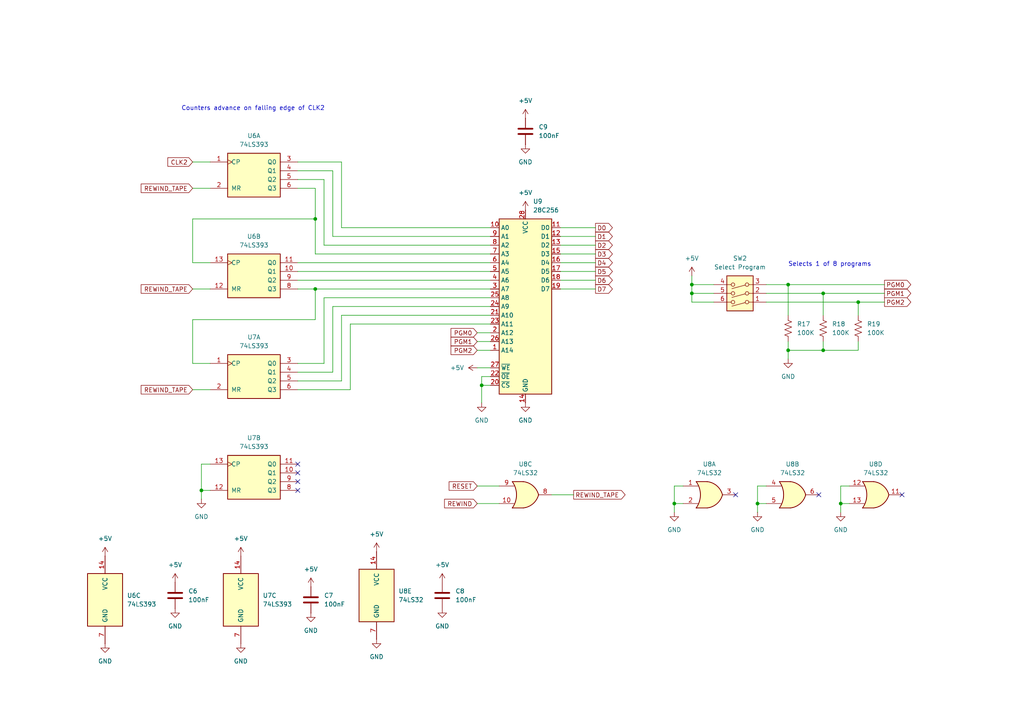
<source format=kicad_sch>
(kicad_sch (version 20231120) (generator "eeschema") (generator_version "8.0")
  (paper "A4")
  (title_block (title "UE1-TTL Memory Module") (date "2025") (rev "1") (comment 1 "Copyright (c) 2025 Rhys Weatherley") (comment 3 "Tape"))
  (lib_symbols
    (symbol "74xx:74LS32" (pin_names (offset 1.016))
      (property "Reference" "U" (at 0 1.27 0))
      (property "Value" "74LS32" (at 0 -1.27 0))
      (symbol "74LS32_1_1"
        (arc (start -3.81 -3.81) (mid -2.589 0) (end -3.81 3.81) (stroke (width 0.254)))
        (arc (start -0.6096 -3.81) (mid 2.1842 -2.5851) (end 3.81 0) (stroke (width 0.254)) (fill (type background)))
        (polyline (pts (xy -3.81 -3.81) (xy -0.635 -3.81)) (stroke (width 0.254)) (fill (type background)))
        (polyline (pts (xy -3.81 3.81) (xy -0.635 3.81)) (stroke (width 0.254)) (fill (type background)))
        (polyline (pts (xy -0.635 3.81) (xy -3.81 3.81) (xy -3.81 3.81) (xy -3.556 3.4036) (xy -3.0226 2.2606) (xy -2.6924 1.0414) (xy -2.6162 -0.254) (xy -2.7686 -1.4986) (xy -3.175 -2.7178) (xy -3.81 -3.81) (xy -3.81 -3.81) (xy -0.635 -3.81)) (stroke (width -25.4)) (fill (type background)))
        (arc (start 3.81 0) (mid 2.1915 2.5936) (end -0.6096 3.81) (stroke (width 0.254)) (fill (type background)))
        (pin input line (at -7.62 2.54 0) (length 4.318) (name "~") (number "1"))
        (pin input line (at -7.62 -2.54 0) (length 4.318) (name "~") (number "2"))
        (pin output line (at 7.62 0 180) (length 3.81) (name "~") (number "3"))
      )
      (symbol "74LS32_1_2"
        (arc (start 0 -3.81) (mid 3.7934 0) (end 0 3.81) (stroke (width 0.254)) (fill (type background)))
        (polyline (pts (xy 0 3.81) (xy -3.81 3.81) (xy -3.81 -3.81) (xy 0 -3.81)) (stroke (width 0.254)) (fill (type background)))
        (pin input inverted (at -7.62 2.54 0) (length 3.81) (name "~") (number "1"))
        (pin input inverted (at -7.62 -2.54 0) (length 3.81) (name "~") (number "2"))
        (pin output inverted (at 7.62 0 180) (length 3.81) (name "~") (number "3"))
      )
      (symbol "74LS32_2_1"
        (arc (start -3.81 -3.81) (mid -2.589 0) (end -3.81 3.81) (stroke (width 0.254)))
        (arc (start -0.6096 -3.81) (mid 2.1842 -2.5851) (end 3.81 0) (stroke (width 0.254)) (fill (type background)))
        (polyline (pts (xy -3.81 -3.81) (xy -0.635 -3.81)) (stroke (width 0.254)) (fill (type background)))
        (polyline (pts (xy -3.81 3.81) (xy -0.635 3.81)) (stroke (width 0.254)) (fill (type background)))
        (polyline (pts (xy -0.635 3.81) (xy -3.81 3.81) (xy -3.81 3.81) (xy -3.556 3.4036) (xy -3.0226 2.2606) (xy -2.6924 1.0414) (xy -2.6162 -0.254) (xy -2.7686 -1.4986) (xy -3.175 -2.7178) (xy -3.81 -3.81) (xy -3.81 -3.81) (xy -0.635 -3.81)) (stroke (width -25.4)) (fill (type background)))
        (arc (start 3.81 0) (mid 2.1915 2.5936) (end -0.6096 3.81) (stroke (width 0.254)) (fill (type background)))
        (pin input line (at -7.62 2.54 0) (length 4.318) (name "~") (number "4"))
        (pin input line (at -7.62 -2.54 0) (length 4.318) (name "~") (number "5"))
        (pin output line (at 7.62 0 180) (length 3.81) (name "~") (number "6"))
      )
      (symbol "74LS32_2_2"
        (arc (start 0 -3.81) (mid 3.7934 0) (end 0 3.81) (stroke (width 0.254)) (fill (type background)))
        (polyline (pts (xy 0 3.81) (xy -3.81 3.81) (xy -3.81 -3.81) (xy 0 -3.81)) (stroke (width 0.254)) (fill (type background)))
        (pin input inverted (at -7.62 2.54 0) (length 3.81) (name "~") (number "4"))
        (pin input inverted (at -7.62 -2.54 0) (length 3.81) (name "~") (number "5"))
        (pin output inverted (at 7.62 0 180) (length 3.81) (name "~") (number "6"))
      )
      (symbol "74LS32_3_1"
        (arc (start -3.81 -3.81) (mid -2.589 0) (end -3.81 3.81) (stroke (width 0.254)))
        (arc (start -0.6096 -3.81) (mid 2.1842 -2.5851) (end 3.81 0) (stroke (width 0.254)) (fill (type background)))
        (polyline (pts (xy -3.81 -3.81) (xy -0.635 -3.81)) (stroke (width 0.254)) (fill (type background)))
        (polyline (pts (xy -3.81 3.81) (xy -0.635 3.81)) (stroke (width 0.254)) (fill (type background)))
        (polyline (pts (xy -0.635 3.81) (xy -3.81 3.81) (xy -3.81 3.81) (xy -3.556 3.4036) (xy -3.0226 2.2606) (xy -2.6924 1.0414) (xy -2.6162 -0.254) (xy -2.7686 -1.4986) (xy -3.175 -2.7178) (xy -3.81 -3.81) (xy -3.81 -3.81) (xy -0.635 -3.81)) (stroke (width -25.4)) (fill (type background)))
        (arc (start 3.81 0) (mid 2.1915 2.5936) (end -0.6096 3.81) (stroke (width 0.254)) (fill (type background)))
        (pin input line (at -7.62 -2.54 0) (length 4.318) (name "~") (number "10"))
        (pin output line (at 7.62 0 180) (length 3.81) (name "~") (number "8"))
        (pin input line (at -7.62 2.54 0) (length 4.318) (name "~") (number "9"))
      )
      (symbol "74LS32_3_2"
        (arc (start 0 -3.81) (mid 3.7934 0) (end 0 3.81) (stroke (width 0.254)) (fill (type background)))
        (polyline (pts (xy 0 3.81) (xy -3.81 3.81) (xy -3.81 -3.81) (xy 0 -3.81)) (stroke (width 0.254)) (fill (type background)))
        (pin input inverted (at -7.62 -2.54 0) (length 3.81) (name "~") (number "10"))
        (pin output inverted (at 7.62 0 180) (length 3.81) (name "~") (number "8"))
        (pin input inverted (at -7.62 2.54 0) (length 3.81) (name "~") (number "9"))
      )
      (symbol "74LS32_4_1"
        (arc (start -3.81 -3.81) (mid -2.589 0) (end -3.81 3.81) (stroke (width 0.254)))
        (arc (start -0.6096 -3.81) (mid 2.1842 -2.5851) (end 3.81 0) (stroke (width 0.254)) (fill (type background)))
        (polyline (pts (xy -3.81 -3.81) (xy -0.635 -3.81)) (stroke (width 0.254)) (fill (type background)))
        (polyline (pts (xy -3.81 3.81) (xy -0.635 3.81)) (stroke (width 0.254)) (fill (type background)))
        (polyline (pts (xy -0.635 3.81) (xy -3.81 3.81) (xy -3.81 3.81) (xy -3.556 3.4036) (xy -3.0226 2.2606) (xy -2.6924 1.0414) (xy -2.6162 -0.254) (xy -2.7686 -1.4986) (xy -3.175 -2.7178) (xy -3.81 -3.81) (xy -3.81 -3.81) (xy -0.635 -3.81)) (stroke (width -25.4)) (fill (type background)))
        (arc (start 3.81 0) (mid 2.1915 2.5936) (end -0.6096 3.81) (stroke (width 0.254)) (fill (type background)))
        (pin output line (at 7.62 0 180) (length 3.81) (name "~") (number "11"))
        (pin input line (at -7.62 2.54 0) (length 4.318) (name "~") (number "12"))
        (pin input line (at -7.62 -2.54 0) (length 4.318) (name "~") (number "13"))
      )
      (symbol "74LS32_4_2"
        (arc (start 0 -3.81) (mid 3.7934 0) (end 0 3.81) (stroke (width 0.254)) (fill (type background)))
        (polyline (pts (xy 0 3.81) (xy -3.81 3.81) (xy -3.81 -3.81) (xy 0 -3.81)) (stroke (width 0.254)) (fill (type background)))
        (pin output inverted (at 7.62 0 180) (length 3.81) (name "~") (number "11"))
        (pin input inverted (at -7.62 2.54 0) (length 3.81) (name "~") (number "12"))
        (pin input inverted (at -7.62 -2.54 0) (length 3.81) (name "~") (number "13"))
      )
      (symbol "74LS32_5_0"
        (pin power_in line (at 0 12.7 270) (length 5.08) (name "VCC") (number "14"))
        (pin power_in line (at 0 -12.7 90) (length 5.08) (name "GND") (number "7"))
      )
      (symbol "74LS32_5_1"
        (rectangle (start -5.08 7.62) (end 5.08 -7.62) (stroke (width 0.254)) (fill (type background)))
      )
    )
    (symbol "74xx:74LS393" (pin_names (offset 1.016))
      (property "Reference" "U" (at -7.62 8.89 0))
      (property "Value" "74LS393" (at -7.62 -8.89 0))
      (symbol "74LS393_1_0"
        (pin input clock (at -12.7 2.54 0) (length 5.08) (name "CP") (number "1"))
        (pin input line (at -12.7 -5.08 0) (length 5.08) (name "MR") (number "2"))
        (pin output line (at 12.7 2.54 180) (length 5.08) (name "Q0") (number "3"))
        (pin output line (at 12.7 0 180) (length 5.08) (name "Q1") (number "4"))
        (pin output line (at 12.7 -2.54 180) (length 5.08) (name "Q2") (number "5"))
        (pin output line (at 12.7 -5.08 180) (length 5.08) (name "Q3") (number "6"))
      )
      (symbol "74LS393_1_1"
        (rectangle (start -7.62 5.08) (end 7.62 -7.62) (stroke (width 0.254)) (fill (type background)))
      )
      (symbol "74LS393_2_0"
        (pin output line (at 12.7 0 180) (length 5.08) (name "Q1") (number "10"))
        (pin output line (at 12.7 2.54 180) (length 5.08) (name "Q0") (number "11"))
        (pin input line (at -12.7 -5.08 0) (length 5.08) (name "MR") (number "12"))
        (pin input clock (at -12.7 2.54 0) (length 5.08) (name "CP") (number "13"))
        (pin output line (at 12.7 -5.08 180) (length 5.08) (name "Q3") (number "8"))
        (pin output line (at 12.7 -2.54 180) (length 5.08) (name "Q2") (number "9"))
      )
      (symbol "74LS393_2_1"
        (rectangle (start -7.62 5.08) (end 7.62 -7.62) (stroke (width 0.254)) (fill (type background)))
      )
      (symbol "74LS393_3_0"
        (pin power_in line (at 0 12.7 270) (length 5.08) (name "VCC") (number "14"))
        (pin power_in line (at 0 -12.7 90) (length 5.08) (name "GND") (number "7"))
      )
      (symbol "74LS393_3_1"
        (rectangle (start -5.08 7.62) (end 5.08 -7.62) (stroke (width 0.254)) (fill (type background)))
      )
    )
    (symbol "Device:C" (pin_numbers hide) (pin_names (offset 0.254))
      (property "Reference" "C" (at 0.635 2.54 0))
      (property "Value" "C" (at 0.635 -2.54 0))
      (symbol "C_0_1"
        (polyline (pts (xy -2.032 -0.762) (xy 2.032 -0.762)) (stroke (width 0.508)))
        (polyline (pts (xy -2.032 0.762) (xy 2.032 0.762)) (stroke (width 0.508)))
      )
      (symbol "C_1_1"
        (pin passive line (at 0 3.81 270) (length 2.794) (name "~") (number "1"))
        (pin passive line (at 0 -3.81 90) (length 2.794) (name "~") (number "2"))
      )
    )
    (symbol "Device:R_US" (pin_numbers hide) (pin_names (offset 0))
      (property "Reference" "R" (at 2.54 0 90))
      (property "Value" "R_US" (at -2.54 0 90))
      (symbol "R_US_0_1"
        (polyline (pts (xy 0 -2.286) (xy 0 -2.54)))
        (polyline (pts (xy 0 2.286) (xy 0 2.54)))
        (polyline (pts (xy 0 -0.762) (xy 1.016 -1.143) (xy 0 -1.524) (xy -1.016 -1.905) (xy 0 -2.286)))
        (polyline (pts (xy 0 0.762) (xy 1.016 0.381) (xy 0 0) (xy -1.016 -0.381) (xy 0 -0.762)))
        (polyline (pts (xy 0 2.286) (xy 1.016 1.905) (xy 0 1.524) (xy -1.016 1.143) (xy 0 0.762)))
      )
      (symbol "R_US_1_1"
        (pin passive line (at 0 3.81 270) (length 1.27) (name "~") (number "1"))
        (pin passive line (at 0 -3.81 90) (length 1.27) (name "~") (number "2"))
      )
    )
    (symbol "Memory_EEPROM:28C256"
      (property "Reference" "U" (at -7.62 26.67 0))
      (property "Value" "28C256" (at 2.54 -26.67 0))
      (symbol "28C256_1_1"
        (rectangle (start -7.62 25.4) (end 7.62 -25.4) (stroke (width 0.254)) (fill (type background)))
        (pin input line (at -10.16 -12.7 0) (length 2.54) (name "A14") (number "1"))
        (pin input line (at -10.16 22.86 0) (length 2.54) (name "A0") (number "10"))
        (pin tri_state line (at 10.16 22.86 180) (length 2.54) (name "D0") (number "11"))
        (pin tri_state line (at 10.16 20.32 180) (length 2.54) (name "D1") (number "12"))
        (pin tri_state line (at 10.16 17.78 180) (length 2.54) (name "D2") (number "13"))
        (pin power_in line (at 0 -27.94 90) (length 2.54) (name "GND") (number "14"))
        (pin tri_state line (at 10.16 15.24 180) (length 2.54) (name "D3") (number "15"))
        (pin tri_state line (at 10.16 12.7 180) (length 2.54) (name "D4") (number "16"))
        (pin tri_state line (at 10.16 10.16 180) (length 2.54) (name "D5") (number "17"))
        (pin tri_state line (at 10.16 7.62 180) (length 2.54) (name "D6") (number "18"))
        (pin tri_state line (at 10.16 5.08 180) (length 2.54) (name "D7") (number "19"))
        (pin input line (at -10.16 -7.62 0) (length 2.54) (name "A12") (number "2"))
        (pin input line (at -10.16 -22.86 0) (length 2.54) (name "~{CS}") (number "20"))
        (pin input line (at -10.16 -2.54 0) (length 2.54) (name "A10") (number "21"))
        (pin input line (at -10.16 -20.32 0) (length 2.54) (name "~{OE}") (number "22"))
        (pin input line (at -10.16 -5.08 0) (length 2.54) (name "A11") (number "23"))
        (pin input line (at -10.16 0 0) (length 2.54) (name "A9") (number "24"))
        (pin input line (at -10.16 2.54 0) (length 2.54) (name "A8") (number "25"))
        (pin input line (at -10.16 -10.16 0) (length 2.54) (name "A13") (number "26"))
        (pin input line (at -10.16 -17.78 0) (length 2.54) (name "~{WE}") (number "27"))
        (pin power_in line (at 0 27.94 270) (length 2.54) (name "VCC") (number "28"))
        (pin input line (at -10.16 5.08 0) (length 2.54) (name "A7") (number "3"))
        (pin input line (at -10.16 7.62 0) (length 2.54) (name "A6") (number "4"))
        (pin input line (at -10.16 10.16 0) (length 2.54) (name "A5") (number "5"))
        (pin input line (at -10.16 12.7 0) (length 2.54) (name "A4") (number "6"))
        (pin input line (at -10.16 15.24 0) (length 2.54) (name "A3") (number "7"))
        (pin input line (at -10.16 17.78 0) (length 2.54) (name "A2") (number "8"))
        (pin input line (at -10.16 20.32 0) (length 2.54) (name "A1") (number "9"))
      )
    )
    (symbol "Switch:SW_DIP_x03" (pin_names (offset 0) hide)
      (property "Reference" "SW" (at 0 6.35 0))
      (property "Value" "SW_DIP_x03" (at 0 -6.35 0))
      (symbol "SW_DIP_x03_0_0"
        (circle (center -2.032 -2.54) (radius 0.508))
        (circle (center -2.032 0) (radius 0.508))
        (circle (center -2.032 2.54) (radius 0.508))
        (polyline (pts (xy -1.524 -2.413) (xy 2.3622 -1.3716)))
        (polyline (pts (xy -1.524 0.127) (xy 2.3622 1.1684)))
        (polyline (pts (xy -1.524 2.667) (xy 2.3622 3.7084)))
        (circle (center 2.032 -2.54) (radius 0.508))
        (circle (center 2.032 0) (radius 0.508))
        (circle (center 2.032 2.54) (radius 0.508))
      )
      (symbol "SW_DIP_x03_0_1"
        (rectangle (start -3.81 5.08) (end 3.81 -5.08) (stroke (width 0.254)) (fill (type background)))
      )
      (symbol "SW_DIP_x03_1_1"
        (pin passive line (at -7.62 2.54 0) (length 5.08) (name "~") (number "1"))
        (pin passive line (at -7.62 0 0) (length 5.08) (name "~") (number "2"))
        (pin passive line (at -7.62 -2.54 0) (length 5.08) (name "~") (number "3"))
        (pin passive line (at 7.62 -2.54 180) (length 5.08) (name "~") (number "4"))
        (pin passive line (at 7.62 0 180) (length 5.08) (name "~") (number "5"))
        (pin passive line (at 7.62 2.54 180) (length 5.08) (name "~") (number "6"))
      )
    )
    (symbol "power:+5V" (power) (pin_numbers hide) (pin_names (offset 0) hide)
      (property "Value" "+5V" (at 0 3.556 0))
      (symbol "+5V_0_1"
        (polyline (pts (xy -0.762 1.27) (xy 0 2.54)))
        (polyline (pts (xy 0 0) (xy 0 2.54)))
        (polyline (pts (xy 0 2.54) (xy 0.762 1.27)))
      )
      (symbol "+5V_1_1"
        (pin power_in line (at 0 0 90) (length 0) (name "~") (number "1"))
      )
    )
    (symbol "power:GND" (power) (pin_numbers hide) (pin_names (offset 0) hide)
      (property "Value" "GND" (at 0 -3.81 0))
      (symbol "GND_0_1"
        (polyline (pts (xy 0 0) (xy 0 -1.27) (xy 1.27 -1.27) (xy 0 -2.54) (xy -1.27 -1.27) (xy 0 -1.27)))
      )
      (symbol "GND_1_1"
        (pin power_in line (at 0 0 270) (length 0) (name "~") (number "1"))
      )
    )
  )
  (junction (at 91.44 63.5))
  (junction (at 200.66 82.55))
  (junction (at 200.66 85.09))
  (junction (at 139.7 111.76))
  (junction (at 58.42 142.24))
  (junction (at 228.6 82.55))
  (junction (at 91.44 83.82))
  (junction (at 238.76 101.6))
  (junction (at 238.76 85.09))
  (junction (at 248.92 87.63))
  (junction (at 195.58 146.05))
  (junction (at 219.71 146.05))
  (junction (at 228.6 101.6))
  (junction (at 243.84 146.05))
  (no_connect (at 261.62 143.51))
  (no_connect (at 237.49 143.51))
  (no_connect (at 213.36 143.51))
  (no_connect (at 86.36 137.16))
  (no_connect (at 86.36 139.7))
  (no_connect (at 86.36 142.24))
  (no_connect (at 86.36 134.62))
  (wire (pts (xy 238.76 85.09) (xy 256.54 85.09)))
  (wire (pts (xy 86.36 78.74) (xy 142.24 78.74)))
  (wire (pts (xy 96.52 107.95) (xy 96.52 88.9)))
  (wire (pts (xy 91.44 54.61) (xy 91.44 63.5)))
  (wire (pts (xy 138.43 140.97) (xy 144.78 140.97)))
  (wire (pts (xy 222.25 82.55) (xy 228.6 82.55)))
  (wire (pts (xy 138.43 99.06) (xy 142.24 99.06)))
  (wire (pts (xy 162.56 68.58) (xy 172.72 68.58)))
  (wire (pts (xy 138.43 101.6) (xy 142.24 101.6)))
  (wire (pts (xy 200.66 87.63) (xy 200.66 85.09)))
  (wire (pts (xy 162.56 83.82) (xy 172.72 83.82)))
  (wire (pts (xy 55.88 113.03) (xy 60.96 113.03)))
  (wire (pts (xy 138.43 106.68) (xy 142.24 106.68)))
  (wire (pts (xy 200.66 82.55) (xy 200.66 80.01)))
  (wire (pts (xy 138.43 96.52) (xy 142.24 96.52)))
  (wire (pts (xy 86.36 83.82) (xy 91.44 83.82)))
  (wire (pts (xy 139.7 111.76) (xy 139.7 109.22)))
  (wire (pts (xy 142.24 68.58) (xy 96.52 68.58)))
  (wire (pts (xy 139.7 109.22) (xy 142.24 109.22)))
  (wire (pts (xy 93.98 52.07) (xy 86.36 52.07)))
  (wire (pts (xy 91.44 92.71) (xy 55.88 92.71)))
  (wire (pts (xy 243.84 140.97) (xy 243.84 146.05)))
  (wire (pts (xy 160.02 143.51) (xy 166.37 143.51)))
  (wire (pts (xy 55.88 92.71) (xy 55.88 105.41)))
  (wire (pts (xy 86.36 105.41) (xy 93.98 105.41)))
  (wire (pts (xy 91.44 63.5) (xy 55.88 63.5)))
  (wire (pts (xy 228.6 91.44) (xy 228.6 82.55)))
  (wire (pts (xy 101.6 113.03) (xy 101.6 93.98)))
  (wire (pts (xy 162.56 76.2) (xy 172.72 76.2)))
  (wire (pts (xy 139.7 111.76) (xy 142.24 111.76)))
  (wire (pts (xy 219.71 146.05) (xy 222.25 146.05)))
  (wire (pts (xy 91.44 83.82) (xy 142.24 83.82)))
  (wire (pts (xy 99.06 46.99) (xy 86.36 46.99)))
  (wire (pts (xy 228.6 82.55) (xy 256.54 82.55)))
  (wire (pts (xy 219.71 146.05) (xy 219.71 148.59)))
  (wire (pts (xy 195.58 140.97) (xy 195.58 146.05)))
  (wire (pts (xy 93.98 105.41) (xy 93.98 86.36)))
  (wire (pts (xy 142.24 66.04) (xy 99.06 66.04)))
  (wire (pts (xy 162.56 73.66) (xy 172.72 73.66)))
  (wire (pts (xy 58.42 142.24) (xy 58.42 134.62)))
  (wire (pts (xy 195.58 146.05) (xy 195.58 148.59)))
  (wire (pts (xy 248.92 99.06) (xy 248.92 101.6)))
  (wire (pts (xy 200.66 82.55) (xy 207.01 82.55)))
  (wire (pts (xy 207.01 87.63) (xy 200.66 87.63)))
  (wire (pts (xy 222.25 87.63) (xy 248.92 87.63)))
  (wire (pts (xy 222.25 140.97) (xy 219.71 140.97)))
  (wire (pts (xy 198.12 140.97) (xy 195.58 140.97)))
  (wire (pts (xy 96.52 88.9) (xy 142.24 88.9)))
  (wire (pts (xy 142.24 71.12) (xy 93.98 71.12)))
  (wire (pts (xy 200.66 85.09) (xy 207.01 85.09)))
  (wire (pts (xy 162.56 71.12) (xy 172.72 71.12)))
  (wire (pts (xy 162.56 66.04) (xy 172.72 66.04)))
  (wire (pts (xy 243.84 146.05) (xy 246.38 146.05)))
  (wire (pts (xy 248.92 87.63) (xy 256.54 87.63)))
  (wire (pts (xy 248.92 101.6) (xy 238.76 101.6)))
  (wire (pts (xy 200.66 85.09) (xy 200.66 82.55)))
  (wire (pts (xy 99.06 110.49) (xy 99.06 91.44)))
  (wire (pts (xy 86.36 113.03) (xy 101.6 113.03)))
  (wire (pts (xy 55.88 76.2) (xy 60.96 76.2)))
  (wire (pts (xy 243.84 146.05) (xy 243.84 148.59)))
  (wire (pts (xy 248.92 87.63) (xy 248.92 91.44)))
  (wire (pts (xy 99.06 91.44) (xy 142.24 91.44)))
  (wire (pts (xy 86.36 81.28) (xy 142.24 81.28)))
  (wire (pts (xy 93.98 86.36) (xy 142.24 86.36)))
  (wire (pts (xy 99.06 66.04) (xy 99.06 46.99)))
  (wire (pts (xy 219.71 140.97) (xy 219.71 146.05)))
  (wire (pts (xy 96.52 68.58) (xy 96.52 49.53)))
  (wire (pts (xy 195.58 146.05) (xy 198.12 146.05)))
  (wire (pts (xy 96.52 49.53) (xy 86.36 49.53)))
  (wire (pts (xy 228.6 101.6) (xy 228.6 104.14)))
  (wire (pts (xy 138.43 146.05) (xy 144.78 146.05)))
  (wire (pts (xy 238.76 99.06) (xy 238.76 101.6)))
  (wire (pts (xy 228.6 99.06) (xy 228.6 101.6)))
  (wire (pts (xy 142.24 73.66) (xy 91.44 73.66)))
  (wire (pts (xy 55.88 54.61) (xy 60.96 54.61)))
  (wire (pts (xy 55.88 63.5) (xy 55.88 76.2)))
  (wire (pts (xy 58.42 142.24) (xy 60.96 142.24)))
  (wire (pts (xy 55.88 83.82) (xy 60.96 83.82)))
  (wire (pts (xy 86.36 76.2) (xy 142.24 76.2)))
  (wire (pts (xy 222.25 85.09) (xy 238.76 85.09)))
  (wire (pts (xy 246.38 140.97) (xy 243.84 140.97)))
  (wire (pts (xy 86.36 107.95) (xy 96.52 107.95)))
  (wire (pts (xy 93.98 71.12) (xy 93.98 52.07)))
  (wire (pts (xy 91.44 83.82) (xy 91.44 92.71)))
  (wire (pts (xy 101.6 93.98) (xy 142.24 93.98)))
  (wire (pts (xy 55.88 46.99) (xy 60.96 46.99)))
  (wire (pts (xy 139.7 116.84) (xy 139.7 111.76)))
  (wire (pts (xy 238.76 85.09) (xy 238.76 91.44)))
  (wire (pts (xy 162.56 81.28) (xy 172.72 81.28)))
  (wire (pts (xy 86.36 110.49) (xy 99.06 110.49)))
  (wire (pts (xy 238.76 101.6) (xy 228.6 101.6)))
  (wire (pts (xy 58.42 134.62) (xy 60.96 134.62)))
  (wire (pts (xy 86.36 54.61) (xy 91.44 54.61)))
  (wire (pts (xy 162.56 78.74) (xy 172.72 78.74)))
  (wire (pts (xy 55.88 105.41) (xy 60.96 105.41)))
  (wire (pts (xy 58.42 144.78) (xy 58.42 142.24)))
  (wire (pts (xy 91.44 73.66) (xy 91.44 63.5)))
  (text "Selects 1 of 8 programs" (at 228.6 76.708 0) (effects (font (size 1.27 1.27)) (justify left)))
  (text "Counters advance on falling edge of CLK2" (at 73.406 31.496 0) (effects (font (size 1.27 1.27))))
  (global_label "RESET" (shape input) (at 138.43 140.97 180) (property "Intersheetrefs" "${INTERSHEET_REFS}" (effects (hide yes))))
  (global_label "CLK2" (shape input) (at 55.88 46.99 180) (property "Intersheetrefs" "${INTERSHEET_REFS}" (effects (hide yes))))
  (global_label "D4" (shape output) (at 172.72 76.2 0) (property "Intersheetrefs" "${INTERSHEET_REFS}" (effects (hide yes))))
  (global_label "D1" (shape output) (at 172.72 68.58 0) (property "Intersheetrefs" "${INTERSHEET_REFS}" (effects (hide yes))))
  (global_label "PGM0" (shape output) (at 256.54 82.55 0) (property "Intersheetrefs" "${INTERSHEET_REFS}" (effects (hide yes))))
  (global_label "D5" (shape output) (at 172.72 78.74 0) (property "Intersheetrefs" "${INTERSHEET_REFS}" (effects (hide yes))))
  (global_label "REWIND_TAPE" (shape input) (at 55.88 54.61 180) (property "Intersheetrefs" "${INTERSHEET_REFS}" (effects (hide yes))))
  (global_label "D6" (shape output) (at 172.72 81.28 0) (property "Intersheetrefs" "${INTERSHEET_REFS}" (effects (hide yes))))
  (global_label "D2" (shape output) (at 172.72 71.12 0) (property "Intersheetrefs" "${INTERSHEET_REFS}" (effects (hide yes))))
  (global_label "PGM2" (shape output) (at 256.54 87.63 0) (property "Intersheetrefs" "${INTERSHEET_REFS}" (effects (hide yes))))
  (global_label "REWIND_TAPE" (shape input) (at 55.88 83.82 180) (property "Intersheetrefs" "${INTERSHEET_REFS}" (effects (hide yes))))
  (global_label "PGM0" (shape input) (at 138.43 96.52 180) (property "Intersheetrefs" "${INTERSHEET_REFS}" (effects (hide yes))))
  (global_label "PGM1" (shape output) (at 256.54 85.09 0) (property "Intersheetrefs" "${INTERSHEET_REFS}" (effects (hide yes))))
  (global_label "PGM2" (shape input) (at 138.43 101.6 180) (property "Intersheetrefs" "${INTERSHEET_REFS}" (effects (hide yes))))
  (global_label "D7" (shape output) (at 172.72 83.82 0) (property "Intersheetrefs" "${INTERSHEET_REFS}" (effects (hide yes))))
  (global_label "REWIND" (shape input) (at 138.43 146.05 180) (property "Intersheetrefs" "${INTERSHEET_REFS}" (effects (hide yes))))
  (global_label "PGM1" (shape input) (at 138.43 99.06 180) (property "Intersheetrefs" "${INTERSHEET_REFS}" (effects (hide yes))))
  (global_label "D0" (shape output) (at 172.72 66.04 0) (property "Intersheetrefs" "${INTERSHEET_REFS}" (effects (hide yes))))
  (global_label "REWIND_TAPE" (shape input) (at 55.88 113.03 180) (property "Intersheetrefs" "${INTERSHEET_REFS}" (effects (hide yes))))
  (global_label "D3" (shape output) (at 172.72 73.66 0) (property "Intersheetrefs" "${INTERSHEET_REFS}" (effects (hide yes))))
  (global_label "REWIND_TAPE" (shape output) (at 166.37 143.51 0) (property "Intersheetrefs" "${INTERSHEET_REFS}" (effects (hide yes))))
  (symbol (lib_id "power:+5V") (at 200.66 80.01 0) (unit 1)
    (property "Reference" "#PWR62" (effects (hide yes)))
    (property "Value" "+5V" (at 200.66 74.93 0))
    (property "Description" "Power symbol creates a global label with name \"+5V\"" (effects (hide yes)))
  )
  (symbol (lib_id "Device:C") (at 128.27 172.72 0) (unit 1)
    (property "Reference" "C8" (at 132.08 171.4499 0) (effects (justify left)))
    (property "Value" "100nF" (at 132.08 173.9899 0) (effects (justify left)))
    (property "Footprint" "Capacitor_THT:C_Disc_D5.0mm_W2.5mm_P5.00mm" (effects (hide yes)))
    (property "Description" "Unpolarized capacitor" (effects (hide yes)))
  )
  (symbol (lib_id "power:+5V") (at 128.27 168.91 0) (unit 1)
    (property "Reference" "#PWR53" (effects (hide yes)))
    (property "Value" "+5V" (at 128.27 163.83 0))
    (property "Description" "Power symbol creates a global label with name \"+5V\"" (effects (hide yes)))
  )
  (symbol (lib_id "power:GND") (at 139.7 116.84 0) (unit 1)
    (property "Reference" "#PWR56" (effects (hide yes)))
    (property "Value" "GND" (at 139.7 121.92 0))
    (property "Description" "Power symbol creates a global label with name \"GND\" , ground" (effects (hide yes)))
  )
  (symbol (lib_id "Device:R_US") (at 248.92 95.25 0) (unit 1)
    (property "Reference" "R19" (at 251.46 93.9799 0) (effects (justify left)))
    (property "Value" "100K" (at 251.46 96.5199 0) (effects (justify left)))
    (property "Footprint" "Resistor_THT:R_Axial_DIN0207_L6.3mm_D2.5mm_P7.62mm_Horizontal" (effects (hide yes)))
    (property "Description" "Resistor, US symbol" (effects (hide yes)))
  )
  (symbol (lib_id "Memory_EEPROM:28C256") (at 152.4 88.9 0) (unit 1)
    (property "Reference" "U9" (at 154.5941 58.42 0) (effects (justify left)))
    (property "Value" "28C256" (at 154.5941 60.96 0) (effects (justify left)))
    (property "Footprint" "Package_DIP:DIP-28_W15.24mm_Socket" (effects (hide yes)))
    (property "Datasheet" "http://ww1.microchip.com/downloads/en/DeviceDoc/doc0006.pdf" (effects (hide yes)))
    (property "Description" "Paged Parallel EEPROM 256Kb (32K x 8), DIP-28/SOIC-28" (effects (hide yes)))
  )
  (symbol (lib_id "power:+5V") (at 30.48 161.29 0) (unit 1)
    (property "Reference" "#PWR42" (effects (hide yes)))
    (property "Value" "+5V" (at 30.48 156.21 0))
    (property "Description" "Power symbol creates a global label with name \"+5V\"" (effects (hide yes)))
  )
  (symbol (lib_id "power:GND") (at 152.4 41.91 0) (unit 1)
    (property "Reference" "#PWR58" (effects (hide yes)))
    (property "Value" "GND" (at 152.4 46.99 0))
    (property "Description" "Power symbol creates a global label with name \"GND\" , ground" (effects (hide yes)))
  )
  (symbol (lib_id "74xx:74LS393") (at 73.66 78.74 0) (unit 2)
    (property "Reference" "U6" (at 73.66 68.58 0))
    (property "Value" "74LS393" (at 73.66 71.12 0))
    (property "Footprint" "Package_DIP:DIP-14_W7.62mm" (effects (hide yes)))
    (property "Datasheet" "74xx\\74LS393.pdf" (effects (hide yes)))
    (property "Description" "Dual BCD 4-bit counter" (effects (hide yes)))
  )
  (symbol (lib_id "power:GND") (at 58.42 144.78 0) (unit 1)
    (property "Reference" "#PWR46" (effects (hide yes)))
    (property "Value" "GND" (at 58.42 149.86 0))
    (property "Description" "Power symbol creates a global label with name \"GND\" , ground" (effects (hide yes)))
  )
  (symbol (lib_id "74xx:74LS393") (at 69.85 173.99 0) (unit 3)
    (property "Reference" "U7" (at 76.2 172.7199 0) (effects (justify left)))
    (property "Value" "74LS393" (at 76.2 175.2599 0) (effects (justify left)))
    (property "Footprint" "Package_DIP:DIP-14_W7.62mm" (effects (hide yes)))
    (property "Datasheet" "74xx\\74LS393.pdf" (effects (hide yes)))
    (property "Description" "Dual BCD 4-bit counter" (effects (hide yes)))
  )
  (symbol (lib_id "power:GND") (at 152.4 116.84 0) (unit 1)
    (property "Reference" "#PWR60" (effects (hide yes)))
    (property "Value" "GND" (at 152.4 121.92 0))
    (property "Description" "Power symbol creates a global label with name \"GND\" , ground" (effects (hide yes)))
  )
  (symbol (lib_id "power:GND") (at 219.71 148.59 0) (unit 1)
    (property "Reference" "#PWR63" (effects (hide yes)))
    (property "Value" "GND" (at 219.71 153.67 0))
    (property "Description" "Power symbol creates a global label with name \"GND\" , ground" (effects (hide yes)))
  )
  (symbol (lib_id "power:GND") (at 243.84 148.59 0) (unit 1)
    (property "Reference" "#PWR65" (effects (hide yes)))
    (property "Value" "GND" (at 243.84 153.67 0))
    (property "Description" "Power symbol creates a global label with name \"GND\" , ground" (effects (hide yes)))
  )
  (symbol (lib_id "power:GND") (at 195.58 148.59 0) (unit 1)
    (property "Reference" "#PWR61" (effects (hide yes)))
    (property "Value" "GND" (at 195.58 153.67 0))
    (property "Description" "Power symbol creates a global label with name \"GND\" , ground" (effects (hide yes)))
  )
  (symbol (lib_id "74xx:74LS32") (at 109.22 172.72 0) (unit 5)
    (property "Reference" "U8" (at 115.57 171.4499 0) (effects (justify left)))
    (property "Value" "74LS32" (at 115.57 173.9899 0) (effects (justify left)))
    (property "Footprint" "Package_DIP:DIP-14_W7.62mm" (effects (hide yes)))
    (property "Datasheet" "http://www.ti.com/lit/gpn/sn74LS32" (effects (hide yes)))
    (property "Description" "Quad 2-input OR" (effects (hide yes)))
  )
  (symbol (lib_id "power:+5V") (at 50.8 168.91 0) (unit 1)
    (property "Reference" "#PWR44" (effects (hide yes)))
    (property "Value" "+5V" (at 50.8 163.83 0))
    (property "Description" "Power symbol creates a global label with name \"+5V\"" (effects (hide yes)))
  )
  (symbol (lib_id "power:GND") (at 228.6 104.14 0) (unit 1)
    (property "Reference" "#PWR64" (effects (hide yes)))
    (property "Value" "GND" (at 228.6 109.22 0))
    (property "Description" "Power symbol creates a global label with name \"GND\" , ground" (effects (hide yes)))
  )
  (symbol (lib_id "74xx:74LS32") (at 205.74 143.51 0) (unit 1)
    (property "Reference" "U8" (at 205.74 134.62 0))
    (property "Value" "74LS32" (at 205.74 137.16 0))
    (property "Footprint" "Package_DIP:DIP-14_W7.62mm" (effects (hide yes)))
    (property "Datasheet" "http://www.ti.com/lit/gpn/sn74LS32" (effects (hide yes)))
    (property "Description" "Quad 2-input OR" (effects (hide yes)))
  )
  (symbol (lib_id "Device:C") (at 90.17 173.99 0) (unit 1)
    (property "Reference" "C7" (at 93.98 172.7199 0) (effects (justify left)))
    (property "Value" "100nF" (at 93.98 175.2599 0) (effects (justify left)))
    (property "Footprint" "Capacitor_THT:C_Disc_D5.0mm_W2.5mm_P5.00mm" (effects (hide yes)))
    (property "Description" "Unpolarized capacitor" (effects (hide yes)))
  )
  (symbol (lib_id "power:GND") (at 50.8 176.53 0) (unit 1)
    (property "Reference" "#PWR45" (effects (hide yes)))
    (property "Value" "GND" (at 50.8 181.61 0))
    (property "Description" "Power symbol creates a global label with name \"GND\" , ground" (effects (hide yes)))
  )
  (symbol (lib_id "power:+5V") (at 109.22 160.02 0) (unit 1)
    (property "Reference" "#PWR51" (effects (hide yes)))
    (property "Value" "+5V" (at 109.22 154.94 0))
    (property "Description" "Power symbol creates a global label with name \"+5V\"" (effects (hide yes)))
  )
  (symbol (lib_id "74xx:74LS32") (at 229.87 143.51 0) (unit 2)
    (property "Reference" "U8" (at 229.87 134.62 0))
    (property "Value" "74LS32" (at 229.87 137.16 0))
    (property "Footprint" "Package_DIP:DIP-14_W7.62mm" (effects (hide yes)))
    (property "Datasheet" "http://www.ti.com/lit/gpn/sn74LS32" (effects (hide yes)))
    (property "Description" "Quad 2-input OR" (effects (hide yes)))
  )
  (symbol (lib_id "74xx:74LS32") (at 254 143.51 0) (unit 4)
    (property "Reference" "U8" (at 254 134.62 0))
    (property "Value" "74LS32" (at 254 137.16 0))
    (property "Footprint" "Package_DIP:DIP-14_W7.62mm" (effects (hide yes)))
    (property "Datasheet" "http://www.ti.com/lit/gpn/sn74LS32" (effects (hide yes)))
    (property "Description" "Quad 2-input OR" (effects (hide yes)))
  )
  (symbol (lib_id "74xx:74LS393") (at 73.66 137.16 0) (unit 2)
    (property "Reference" "U7" (at 73.66 127 0))
    (property "Value" "74LS393" (at 73.66 129.54 0))
    (property "Footprint" "Package_DIP:DIP-14_W7.62mm" (effects (hide yes)))
    (property "Datasheet" "74xx\\74LS393.pdf" (effects (hide yes)))
    (property "Description" "Dual BCD 4-bit counter" (effects (hide yes)))
  )
  (symbol (lib_id "74xx:74LS393") (at 30.48 173.99 0) (unit 3)
    (property "Reference" "U6" (at 36.83 172.7199 0) (effects (justify left)))
    (property "Value" "74LS393" (at 36.83 175.2599 0) (effects (justify left)))
    (property "Footprint" "Package_DIP:DIP-14_W7.62mm" (effects (hide yes)))
    (property "Datasheet" "74xx\\74LS393.pdf" (effects (hide yes)))
    (property "Description" "Dual BCD 4-bit counter" (effects (hide yes)))
  )
  (symbol (lib_id "Device:R_US") (at 228.6 95.25 0) (unit 1)
    (property "Reference" "R17" (at 231.14 93.9799 0) (effects (justify left)))
    (property "Value" "100K" (at 231.14 96.5199 0) (effects (justify left)))
    (property "Footprint" "Resistor_THT:R_Axial_DIN0207_L6.3mm_D2.5mm_P7.62mm_Horizontal" (effects (hide yes)))
    (property "Description" "Resistor, US symbol" (effects (hide yes)))
  )
  (symbol (lib_id "Device:C") (at 50.8 172.72 0) (unit 1)
    (property "Reference" "C6" (at 54.61 171.4499 0) (effects (justify left)))
    (property "Value" "100nF" (at 54.61 173.9899 0) (effects (justify left)))
    (property "Footprint" "Capacitor_THT:C_Disc_D5.0mm_W2.5mm_P5.00mm" (effects (hide yes)))
    (property "Description" "Unpolarized capacitor" (effects (hide yes)))
  )
  (symbol (lib_id "power:GND") (at 128.27 176.53 0) (unit 1)
    (property "Reference" "#PWR54" (effects (hide yes)))
    (property "Value" "GND" (at 128.27 181.61 0))
    (property "Description" "Power symbol creates a global label with name \"GND\" , ground" (effects (hide yes)))
  )
  (symbol (lib_id "power:+5V") (at 152.4 34.29 0) (unit 1)
    (property "Reference" "#PWR57" (effects (hide yes)))
    (property "Value" "+5V" (at 152.4 29.21 0))
    (property "Description" "Power symbol creates a global label with name \"+5V\"" (effects (hide yes)))
  )
  (symbol (lib_id "power:+5V") (at 69.85 161.29 0) (unit 1)
    (property "Reference" "#PWR47" (effects (hide yes)))
    (property "Value" "+5V" (at 69.85 156.21 0))
    (property "Description" "Power symbol creates a global label with name \"+5V\"" (effects (hide yes)))
  )
  (symbol (lib_id "74xx:74LS32") (at 152.4 143.51 0) (unit 3)
    (property "Reference" "U8" (at 152.4 134.62 0))
    (property "Value" "74LS32" (at 152.4 137.16 0))
    (property "Footprint" "Package_DIP:DIP-14_W7.62mm" (effects (hide yes)))
    (property "Datasheet" "http://www.ti.com/lit/gpn/sn74LS32" (effects (hide yes)))
    (property "Description" "Quad 2-input OR" (effects (hide yes)))
  )
  (symbol (lib_id "Device:C") (at 152.4 38.1 0) (unit 1)
    (property "Reference" "C9" (at 156.21 36.8299 0) (effects (justify left)))
    (property "Value" "100nF" (at 156.21 39.3699 0) (effects (justify left)))
    (property "Footprint" "Capacitor_THT:C_Disc_D5.0mm_W2.5mm_P5.00mm" (effects (hide yes)))
    (property "Description" "Unpolarized capacitor" (effects (hide yes)))
  )
  (symbol (lib_id "Switch:SW_DIP_x03") (at 214.63 85.09 180) (unit 1)
    (property "Reference" "SW2" (at 214.63 74.93 0))
    (property "Value" "Select Program" (at 214.63 77.47 0))
    (property "Footprint" "Button_Switch_THT:SW_DIP_SPSTx03_Slide_6.7x9.18mm_W7.62mm_P2.54mm_LowProfile" (effects (hide yes)))
    (property "Description" "3x DIP Switch, Single Pole Single Throw (SPST) switch, small symbol" (effects (hide yes)))
  )
  (symbol (lib_id "power:+5V") (at 138.43 106.68 90) (unit 1)
    (property "Reference" "#PWR55" (effects (hide yes)))
    (property "Value" "+5V" (at 134.62 106.6799 90) (effects (justify left)))
    (property "Description" "Power symbol creates a global label with name \"+5V\"" (effects (hide yes)))
  )
  (symbol (lib_id "power:GND") (at 30.48 186.69 0) (unit 1)
    (property "Reference" "#PWR43" (effects (hide yes)))
    (property "Value" "GND" (at 30.48 191.77 0))
    (property "Description" "Power symbol creates a global label with name \"GND\" , ground" (effects (hide yes)))
  )
  (symbol (lib_id "power:GND") (at 90.17 177.8 0) (unit 1)
    (property "Reference" "#PWR50" (effects (hide yes)))
    (property "Value" "GND" (at 90.17 182.88 0))
    (property "Description" "Power symbol creates a global label with name \"GND\" , ground" (effects (hide yes)))
  )
  (symbol (lib_id "power:+5V") (at 152.4 60.96 0) (unit 1)
    (property "Reference" "#PWR59" (effects (hide yes)))
    (property "Value" "+5V" (at 152.4 55.88 0))
    (property "Description" "Power symbol creates a global label with name \"+5V\"" (effects (hide yes)))
  )
  (symbol (lib_id "power:GND") (at 69.85 186.69 0) (unit 1)
    (property "Reference" "#PWR48" (effects (hide yes)))
    (property "Value" "GND" (at 69.85 191.77 0))
    (property "Description" "Power symbol creates a global label with name \"GND\" , ground" (effects (hide yes)))
  )
  (symbol (lib_id "Device:R_US") (at 238.76 95.25 0) (unit 1)
    (property "Reference" "R18" (at 241.3 93.9799 0) (effects (justify left)))
    (property "Value" "100K" (at 241.3 96.5199 0) (effects (justify left)))
    (property "Footprint" "Resistor_THT:R_Axial_DIN0207_L6.3mm_D2.5mm_P7.62mm_Horizontal" (effects (hide yes)))
    (property "Description" "Resistor, US symbol" (effects (hide yes)))
  )
  (symbol (lib_id "74xx:74LS393") (at 73.66 49.53 0) (unit 1)
    (property "Reference" "U6" (at 73.66 39.37 0))
    (property "Value" "74LS393" (at 73.66 41.91 0))
    (property "Footprint" "Package_DIP:DIP-14_W7.62mm" (effects (hide yes)))
    (property "Datasheet" "74xx\\74LS393.pdf" (effects (hide yes)))
    (property "Description" "Dual BCD 4-bit counter" (effects (hide yes)))
  )
  (symbol (lib_id "74xx:74LS393") (at 73.66 107.95 0) (unit 1)
    (property "Reference" "U7" (at 73.66 97.79 0))
    (property "Value" "74LS393" (at 73.66 100.33 0))
    (property "Footprint" "Package_DIP:DIP-14_W7.62mm" (effects (hide yes)))
    (property "Datasheet" "74xx\\74LS393.pdf" (effects (hide yes)))
    (property "Description" "Dual BCD 4-bit counter" (effects (hide yes)))
  )
  (symbol (lib_id "power:GND") (at 109.22 185.42 0) (unit 1)
    (property "Reference" "#PWR52" (effects (hide yes)))
    (property "Value" "GND" (at 109.22 190.5 0))
    (property "Description" "Power symbol creates a global label with name \"GND\" , ground" (effects (hide yes)))
  )
  (symbol (lib_id "power:+5V") (at 90.17 170.18 0) (unit 1)
    (property "Reference" "#PWR49" (effects (hide yes)))
    (property "Value" "+5V" (at 90.17 165.1 0))
    (property "Description" "Power symbol creates a global label with name \"+5V\"" (effects (hide yes)))
  )
)
</source>
